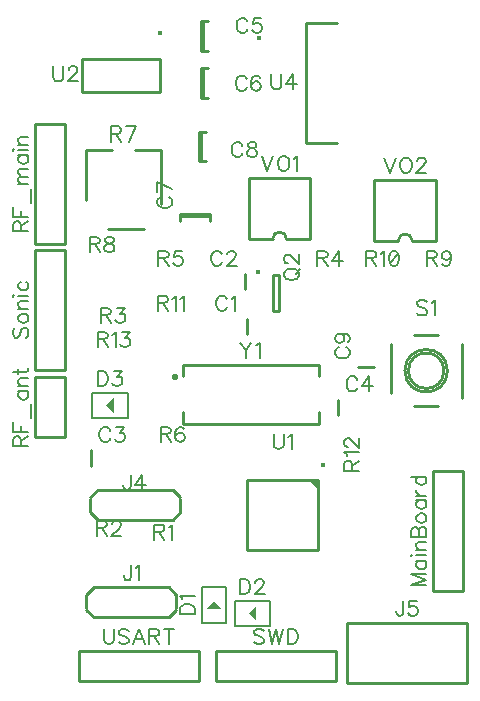
<source format=gbr>
G04 DipTrace 3.1.0.1*
G04 silk-top.gbr*
%MOIN*%
G04 #@! TF.FileFunction,Legend,Top*
G04 #@! TF.Part,Single*
%ADD10C,0.009843*%
%ADD21C,0.005906*%
%ADD28C,0.015422*%
%ADD34C,0.015709*%
%ADD37C,0.015403*%
%ADD40C,0.015373*%
%ADD44O,0.024247X0.022106*%
%ADD97C,0.00772*%
%FSLAX26Y26*%
G04*
G70*
G90*
G75*
G01*
G04 TopSilk*
%LPD*%
X1325625Y1656642D2*
D10*
Y1605500D1*
X1319564Y1806626D2*
Y1755484D1*
X805640Y1168046D2*
Y1219188D1*
X1630554Y1336778D2*
Y1387920D1*
X1179008Y2550500D2*
Y2648933D1*
X1171559Y2550500D2*
Y2648933D1*
Y2550500D2*
X1195118D1*
X1171559Y2648933D2*
X1195118D1*
X1179008Y2394269D2*
Y2492702D1*
X1171559Y2394269D2*
Y2492702D1*
Y2394269D2*
X1195118D1*
X1171559Y2492702D2*
X1195118D1*
X1104001Y1998990D2*
X1202434D1*
X1104001Y2006438D2*
X1202434D1*
X1104001D2*
Y1982879D1*
X1202434Y2006438D2*
Y1982879D1*
X1172759Y2181791D2*
Y2280224D1*
X1165310Y2181791D2*
Y2280224D1*
Y2181791D2*
X1188869D1*
X1165310Y2280224D2*
X1188869D1*
X1747479Y1495971D2*
X1696337D1*
X1174373Y644066D2*
D21*
X1257050D1*
Y762176D1*
X1174373D1*
Y644066D1*
G36*
X1240713Y690625D2*
X1190710D1*
X1215711Y715617D1*
D1*
X1240713Y690625D1*
G37*
X1402955Y633583D2*
D21*
X1284845D1*
Y716260D1*
X1402955D1*
Y633583D1*
G36*
X1356396Y699923D2*
Y649920D1*
X1331404Y674921D1*
D1*
X1356396Y699923D1*
G37*
X927850Y1327260D2*
D21*
X809740D1*
Y1409937D1*
X927850D1*
Y1327260D1*
G36*
X881291Y1393600D2*
Y1343597D1*
X856299Y1368598D1*
D1*
X881291Y1393600D1*
G37*
X790751Y692417D2*
D10*
Y732417D1*
X1090751Y692417D2*
Y732417D1*
X815651Y762417D2*
X1065851D1*
X815651Y662417D2*
X1065851D1*
X790751Y687417D2*
X815651Y662417D1*
X790751Y737417D2*
X815651Y762417D1*
X1065851D2*
X1090751Y737417D1*
X1065851Y662417D2*
X1090751Y687417D1*
X803249Y1017383D2*
Y1057383D1*
X1103249Y1017383D2*
Y1057383D1*
X828149Y1087383D2*
X1078349D1*
X828149Y987383D2*
X1078349D1*
X803249Y1012383D2*
X828149Y987383D1*
X803249Y1062383D2*
X828149Y1087383D1*
X1078349D2*
X1103249Y1062383D1*
X1078349Y987383D2*
X1103249Y1012383D1*
X2059409Y643690D2*
X1659409D1*
X2059409Y443690D2*
X1659409D1*
X2059409Y643690D2*
Y443690D1*
X1659409Y643690D2*
Y443690D1*
X2046879Y1149908D2*
X1946879D1*
X2046879Y749908D2*
Y1149908D1*
X1946879Y749908D2*
Y1149908D1*
X2046879Y749908D2*
X1946879D1*
D28*
X1363485Y1811904D3*
X1413627Y1802703D2*
D10*
Y1684598D1*
X1433312D1*
Y1802703D1*
X1413627D1*
X788207Y2051769D2*
Y2221072D1*
X874812D1*
X953545D2*
X1040150D1*
Y2039962D1*
X981114Y1957291D2*
X862990D1*
X720093Y1462349D2*
X620093D1*
X720093Y1262349D2*
Y1462349D1*
Y1262349D2*
X620093D1*
Y1462349D1*
X720093Y2306037D2*
X620093D1*
X720093Y1906037D2*
Y2306037D1*
X620093Y1906037D2*
Y2306037D1*
X720093Y1906037D2*
X620093D1*
X1852118Y1484052D2*
G02X1852118Y1484052I70861J0D01*
G01*
X2041096Y1393497D2*
Y1574608D1*
X1962376Y1602178D2*
X1883607D1*
X1804862Y1574608D2*
Y1409252D1*
X1883607Y1365927D2*
X1962376D1*
X1863933Y1484052D2*
G02X1863933Y1484052I59059J0D01*
G01*
X620093Y1487299D2*
X720093D1*
X620093Y1887299D2*
Y1487299D1*
X720093Y1887299D2*
Y1487299D1*
X620093Y1887299D2*
X720093D1*
X1621955Y449940D2*
Y549940D1*
X1221955Y449940D2*
X1621955D1*
X1221955Y549940D2*
X1621955D1*
X1221955Y449940D2*
Y549940D1*
X1563018Y1121415D2*
X1326798D1*
Y885115D1*
X1563018D1*
Y1121415D1*
G36*
D2*
X1531522D1*
X1563018Y1089879D1*
Y1121415D1*
G37*
D34*
X1580755Y1168639D3*
D37*
X1035313Y2611166D3*
X1036353Y2521916D2*
D10*
X776523D1*
X1036353Y2411680D2*
X776523D1*
Y2521916D2*
Y2411680D1*
X1036353Y2521916D2*
Y2411680D1*
X1522685Y2644264D2*
Y2242676D1*
Y2644264D2*
X1625036D1*
X1522685Y2242676D2*
X1625036D1*
D40*
X1364438Y2592141D3*
X1165753Y449940D2*
D10*
Y549940D1*
X765753Y449940D2*
X1165753D1*
X765753Y549940D2*
X1165753D1*
X765753Y449940D2*
Y549940D1*
X1536789Y1922423D2*
Y2127147D1*
X1332056D1*
Y1922423D1*
X1410797D1*
X1458048D2*
X1536789D1*
X1458048D2*
G03X1410797Y1922423I-23626J-1D01*
G01*
X1955495Y1916173D2*
Y2120898D1*
X1750762D1*
Y1916173D1*
X1829503D1*
X1876754D2*
X1955495D1*
X1876754D2*
G03X1829503Y1916173I-23626J-1D01*
G01*
X1113070Y1504520D2*
X1565484D1*
Y1465150D2*
Y1504520D1*
X1113070Y1307669D2*
X1565484D1*
X1113070Y1465150D2*
Y1504520D1*
Y1307669D2*
Y1347039D1*
X1565484Y1307669D2*
Y1347039D1*
D44*
X1087003Y1464392D3*
X1258967Y1721883D2*
D97*
X1256590Y1726636D1*
X1251782Y1731445D1*
X1247028Y1733822D1*
X1237467D1*
X1232658Y1731445D1*
X1227905Y1726636D1*
X1225473Y1721883D1*
X1223097Y1714698D1*
Y1702705D1*
X1225473Y1695575D1*
X1227905Y1690767D1*
X1232658Y1686013D1*
X1237467Y1683581D1*
X1247028D1*
X1251782Y1686013D1*
X1256590Y1690767D1*
X1258967Y1695575D1*
X1274406Y1724205D2*
X1279214Y1726636D1*
X1286399Y1733766D1*
Y1683581D1*
X1242156Y1871868D2*
X1239780Y1876621D1*
X1234971Y1881429D1*
X1230218Y1883806D1*
X1220656D1*
X1215848Y1881429D1*
X1211095Y1876621D1*
X1208663Y1871868D1*
X1206286Y1864682D1*
Y1852689D1*
X1208663Y1845559D1*
X1211095Y1840751D1*
X1215848Y1835998D1*
X1220656Y1833566D1*
X1230218D1*
X1234971Y1835998D1*
X1239780Y1840751D1*
X1242156Y1845559D1*
X1260027Y1871812D2*
Y1874189D1*
X1262404Y1878997D1*
X1264781Y1881374D1*
X1269589Y1883750D1*
X1279151D1*
X1283904Y1881374D1*
X1286280Y1878997D1*
X1288712Y1874189D1*
Y1869436D1*
X1286280Y1864627D1*
X1281527Y1857497D1*
X1257596Y1833566D1*
X1291089D1*
X869986Y1284429D2*
X867609Y1289182D1*
X862801Y1293991D1*
X858048Y1296367D1*
X848486D1*
X843677Y1293991D1*
X838924Y1289182D1*
X836492Y1284429D1*
X834116Y1277244D1*
Y1265251D1*
X836492Y1258121D1*
X838924Y1253312D1*
X843677Y1248559D1*
X848486Y1246127D1*
X858048D1*
X862801Y1248559D1*
X867609Y1253312D1*
X869986Y1258121D1*
X890233Y1296312D2*
X916486D1*
X902172Y1277189D1*
X909357D1*
X914110Y1274812D1*
X916486Y1272436D1*
X918918Y1265251D1*
Y1260498D1*
X916486Y1253312D1*
X911733Y1248504D1*
X904548Y1246127D1*
X897363D1*
X890233Y1248504D1*
X887857Y1250936D1*
X885425Y1255689D1*
X1693711Y1453161D2*
X1691334Y1457915D1*
X1686526Y1462723D1*
X1681773Y1465100D1*
X1672211D1*
X1667403Y1462723D1*
X1662649Y1457915D1*
X1660217Y1453161D1*
X1657841Y1445976D1*
Y1433983D1*
X1660217Y1426853D1*
X1662649Y1422045D1*
X1667403Y1417292D1*
X1672211Y1414860D1*
X1681773D1*
X1686526Y1417292D1*
X1691334Y1422045D1*
X1693711Y1426853D1*
X1733082Y1414860D2*
Y1465044D1*
X1709150Y1431606D1*
X1745020D1*
X1327398Y2648375D2*
X1325021Y2653129D1*
X1320213Y2657937D1*
X1315460Y2660314D1*
X1305898D1*
X1301090Y2657937D1*
X1296336Y2653129D1*
X1293904Y2648375D1*
X1291528Y2641190D1*
Y2629197D1*
X1293904Y2622067D1*
X1296336Y2617259D1*
X1301090Y2612505D1*
X1305898Y2610074D1*
X1315460D1*
X1320213Y2612505D1*
X1325021Y2617259D1*
X1327398Y2622067D1*
X1371522Y2660258D2*
X1347646D1*
X1345269Y2638759D1*
X1347646Y2641135D1*
X1354831Y2643567D1*
X1361960D1*
X1369145Y2641135D1*
X1373954Y2636382D1*
X1376330Y2629197D1*
Y2624444D1*
X1373954Y2617259D1*
X1369145Y2612450D1*
X1361960Y2610074D1*
X1354831D1*
X1347646Y2612450D1*
X1345269Y2614882D1*
X1342837Y2619635D1*
X1325152Y2455795D2*
X1322775Y2460549D1*
X1317967Y2465357D1*
X1313214Y2467734D1*
X1303652D1*
X1298843Y2465357D1*
X1294090Y2460549D1*
X1291658Y2455795D1*
X1289282Y2448610D1*
Y2436617D1*
X1291658Y2429487D1*
X1294090Y2424679D1*
X1298843Y2419925D1*
X1303652Y2417494D1*
X1313214D1*
X1317967Y2419925D1*
X1322775Y2424679D1*
X1325152Y2429487D1*
X1369276Y2460549D2*
X1366899Y2465302D1*
X1359714Y2467678D1*
X1354961D1*
X1347776Y2465302D1*
X1342968Y2458117D1*
X1340591Y2446178D1*
Y2434240D1*
X1342968Y2424679D1*
X1347776Y2419870D1*
X1354961Y2417494D1*
X1357338D1*
X1364467Y2419870D1*
X1369276Y2424679D1*
X1371653Y2431864D1*
Y2434240D1*
X1369276Y2441425D1*
X1364467Y2446178D1*
X1357338Y2448555D1*
X1354961D1*
X1347776Y2446178D1*
X1342968Y2441425D1*
X1340591Y2434240D1*
X1038783Y2063128D2*
X1034030Y2060751D1*
X1029222Y2055943D1*
X1026845Y2051189D1*
Y2041628D1*
X1029222Y2036819D1*
X1034030Y2032066D1*
X1038783Y2029634D1*
X1045968Y2027258D1*
X1057962D1*
X1065092Y2029634D1*
X1069900Y2032066D1*
X1074653Y2036819D1*
X1077085Y2041628D1*
Y2051189D1*
X1074653Y2055942D1*
X1069900Y2060751D1*
X1065092Y2063128D1*
X1077085Y2088128D2*
X1026900Y2112060D1*
Y2078567D1*
X1310790Y2234663D2*
X1308414Y2239416D1*
X1303605Y2244224D1*
X1298852Y2246601D1*
X1289290D1*
X1284482Y2244224D1*
X1279729Y2239416D1*
X1277297Y2234663D1*
X1274920Y2227478D1*
Y2215484D1*
X1277297Y2208355D1*
X1279729Y2203546D1*
X1284482Y2198793D1*
X1289290Y2196361D1*
X1298852D1*
X1303605Y2198793D1*
X1308414Y2203546D1*
X1310790Y2208355D1*
X1338168Y2246546D2*
X1331038Y2244169D1*
X1328606Y2239416D1*
Y2234608D1*
X1331038Y2229854D1*
X1335791Y2227423D1*
X1345353Y2225046D1*
X1352538Y2222669D1*
X1357291Y2217861D1*
X1359668Y2213108D1*
Y2205923D1*
X1357291Y2201169D1*
X1354914Y2198738D1*
X1347729Y2196361D1*
X1338168D1*
X1331038Y2198738D1*
X1328606Y2201169D1*
X1326230Y2205923D1*
Y2213108D1*
X1328606Y2217861D1*
X1333415Y2222669D1*
X1340544Y2225046D1*
X1350106Y2227423D1*
X1354914Y2229854D1*
X1357291Y2234608D1*
Y2239416D1*
X1354914Y2244169D1*
X1347729Y2246546D1*
X1338168D1*
X1631096Y1561505D2*
X1626343Y1559128D1*
X1621534Y1554320D1*
X1619158Y1549567D1*
Y1540005D1*
X1621534Y1535197D1*
X1626343Y1530443D1*
X1631096Y1528012D1*
X1638281Y1525635D1*
X1650274D1*
X1657404Y1528012D1*
X1662212Y1530443D1*
X1666966Y1535197D1*
X1669398Y1540005D1*
Y1549567D1*
X1666966Y1554320D1*
X1662213Y1559128D1*
X1657404Y1561505D1*
X1635904Y1608061D2*
X1643089Y1605629D1*
X1647898Y1600876D1*
X1650274Y1593691D1*
Y1591314D1*
X1647898Y1584129D1*
X1643089Y1579376D1*
X1635904Y1576944D1*
X1633528D1*
X1626343Y1579376D1*
X1621589Y1584129D1*
X1619213Y1591314D1*
Y1593691D1*
X1621589Y1600876D1*
X1626343Y1605629D1*
X1635904Y1608061D1*
X1647898D1*
X1659836Y1605629D1*
X1667021Y1600876D1*
X1669398Y1593691D1*
Y1588937D1*
X1667021Y1581752D1*
X1662213Y1579376D1*
X1101150Y672658D2*
X1151390D1*
Y689404D1*
X1148958Y696589D1*
X1144205Y701398D1*
X1139396Y703775D1*
X1132266Y706151D1*
X1120273D1*
X1113088Y703775D1*
X1108335Y701398D1*
X1103526Y696590D1*
X1101150Y689404D1*
Y672658D1*
X1110767Y721590D2*
X1108335Y726399D1*
X1101205Y733584D1*
X1151390D1*
X1302687Y789483D2*
Y739243D1*
X1319434D1*
X1326619Y741675D1*
X1331427Y746428D1*
X1333804Y751236D1*
X1336181Y758366D1*
Y770360D1*
X1333804Y777545D1*
X1331427Y782298D1*
X1326619Y787106D1*
X1319434Y789483D1*
X1302687D1*
X1354052Y777489D2*
Y779866D1*
X1356428Y784674D1*
X1358805Y787051D1*
X1363613Y789428D1*
X1373175D1*
X1377928Y787051D1*
X1380305Y784674D1*
X1382737Y779866D1*
Y775113D1*
X1380305Y770304D1*
X1375552Y763175D1*
X1351620Y739243D1*
X1385113D1*
X827582Y1483160D2*
Y1432920D1*
X844329D1*
X851514Y1435352D1*
X856322Y1440105D1*
X858699Y1444914D1*
X861076Y1452043D1*
Y1464037D1*
X858699Y1471222D1*
X856322Y1475975D1*
X851514Y1480783D1*
X844329Y1483160D1*
X827582D1*
X881323Y1483105D2*
X907576D1*
X893262Y1463982D1*
X900447D1*
X905200Y1461605D1*
X907576Y1459228D1*
X910008Y1452043D1*
Y1447290D1*
X907576Y1440105D1*
X902823Y1435297D1*
X895638Y1432920D1*
X888453D1*
X881323Y1435297D1*
X878947Y1437729D1*
X876515Y1442482D1*
X939000Y835640D2*
Y797394D1*
X936624Y790209D1*
X934192Y787832D1*
X929439Y785400D1*
X924630D1*
X919877Y787832D1*
X917500Y790209D1*
X915068Y797394D1*
Y802147D1*
X954439Y826024D2*
X959248Y828455D1*
X966433Y835585D1*
Y785400D1*
X937830Y1137239D2*
Y1098992D1*
X935453Y1091807D1*
X933021Y1089431D1*
X928268Y1086999D1*
X923460D1*
X918706Y1089431D1*
X916330Y1091807D1*
X913898Y1098992D1*
Y1103745D1*
X977201Y1086999D2*
Y1137184D1*
X953269Y1103745D1*
X989139D1*
X1846909Y716913D2*
Y678667D1*
X1844532Y671482D1*
X1842101Y669105D1*
X1837347Y666673D1*
X1832539D1*
X1827786Y669105D1*
X1825409Y671482D1*
X1822977Y678667D1*
Y683420D1*
X1891033Y716858D2*
X1867157D1*
X1864780Y695358D1*
X1867157Y697735D1*
X1874342Y700167D1*
X1881472D1*
X1888657Y697735D1*
X1893465Y692982D1*
X1895842Y685797D1*
Y681043D1*
X1893465Y673858D1*
X1888657Y669050D1*
X1881472Y666673D1*
X1874342D1*
X1867157Y669050D1*
X1864780Y671482D1*
X1862348Y676235D1*
X1923896Y806794D2*
X1873656D1*
X1923896Y787671D1*
X1873656Y768548D1*
X1923896D1*
X1890403Y850919D2*
X1923896D1*
X1897588D2*
X1892780Y846165D1*
X1890403Y841357D1*
Y834227D1*
X1892780Y829419D1*
X1897588Y824666D1*
X1904773Y822234D1*
X1909526D1*
X1916711Y824666D1*
X1921464Y829419D1*
X1923896Y834227D1*
Y841357D1*
X1921464Y846165D1*
X1916711Y850919D1*
X1873656Y866358D2*
X1876033Y868734D1*
X1873656Y871166D1*
X1871224Y868734D1*
X1873656Y866358D1*
X1890403Y868734D2*
X1923896D1*
X1890403Y886605D2*
X1923896D1*
X1899965D2*
X1892779Y893791D1*
X1890403Y898599D1*
Y905729D1*
X1892779Y910537D1*
X1899965Y912914D1*
X1923896D1*
X1873656Y928353D2*
X1923896D1*
Y949908D1*
X1921464Y957093D1*
X1919088Y959470D1*
X1914335Y961846D1*
X1907150D1*
X1902341Y959470D1*
X1899965Y957093D1*
X1897588Y949908D1*
X1895156Y957093D1*
X1892779Y959470D1*
X1888026Y961846D1*
X1883218D1*
X1878465Y959470D1*
X1876033Y957093D1*
X1873656Y949908D1*
Y928353D1*
X1897588D2*
Y949908D1*
X1890403Y989224D2*
X1892779Y984471D1*
X1897588Y979662D1*
X1904773Y977286D1*
X1909526D1*
X1916711Y979662D1*
X1921464Y984471D1*
X1923896Y989224D1*
Y996409D1*
X1921464Y1001217D1*
X1916711Y1005970D1*
X1909526Y1008402D1*
X1904773D1*
X1897588Y1005970D1*
X1892779Y1001217D1*
X1890403Y996409D1*
Y989224D1*
Y1052526D2*
X1923896D1*
X1897588D2*
X1892779Y1047773D1*
X1890403Y1042965D1*
Y1035835D1*
X1892779Y1031027D1*
X1897588Y1026273D1*
X1904773Y1023842D1*
X1909526D1*
X1916711Y1026273D1*
X1921464Y1031027D1*
X1923896Y1035835D1*
Y1042965D1*
X1921464Y1047773D1*
X1916711Y1052526D1*
X1890403Y1067966D2*
X1923896D1*
X1904773D2*
X1897588Y1070398D1*
X1892779Y1075151D1*
X1890403Y1079959D1*
Y1087144D1*
X1873656Y1131268D2*
X1923896D1*
X1897588D2*
X1892779Y1126515D1*
X1890403Y1121707D1*
Y1114522D1*
X1892779Y1109769D1*
X1897588Y1104960D1*
X1904773Y1102584D1*
X1909526D1*
X1916711Y1104960D1*
X1921464Y1109769D1*
X1923896Y1114522D1*
Y1121707D1*
X1921464Y1126515D1*
X1916711Y1131268D1*
X1449012Y1800233D2*
X1451333Y1795480D1*
X1456142Y1790672D1*
X1460950Y1788295D1*
X1468135Y1785863D1*
X1480073D1*
X1487258Y1788295D1*
X1492012Y1790672D1*
X1496820Y1795480D1*
X1499197Y1800233D1*
Y1809795D1*
X1496820Y1814603D1*
X1492012Y1819357D1*
X1487258Y1821733D1*
X1480073Y1824165D1*
X1468135D1*
X1460950Y1821733D1*
X1456142Y1819357D1*
X1451333Y1814603D1*
X1449012Y1809795D1*
Y1800233D1*
X1489635Y1807418D2*
X1504005Y1821733D1*
X1461005Y1842036D2*
X1458629D1*
X1453820Y1844413D1*
X1451444Y1846789D1*
X1449067Y1851598D1*
Y1861159D1*
X1451444Y1865913D1*
X1453820Y1868289D1*
X1458629Y1870721D1*
X1463382D1*
X1468190Y1868289D1*
X1475320Y1863536D1*
X1499252Y1839604D1*
Y1873098D1*
X1016421Y947470D2*
X1037921D1*
X1045106Y949902D1*
X1047538Y952278D1*
X1049915Y957031D1*
Y961840D1*
X1047538Y966593D1*
X1045106Y969025D1*
X1037921Y971402D1*
X1016421D1*
Y921162D1*
X1033168Y947470D2*
X1049915Y921162D1*
X1065354Y961785D2*
X1070163Y964217D1*
X1077348Y971346D1*
Y921162D1*
X824630Y959969D2*
X846129D1*
X853314Y962400D1*
X855746Y964777D1*
X858123Y969530D1*
Y974339D1*
X855746Y979092D1*
X853314Y981524D1*
X846129Y983900D1*
X824630D1*
Y933660D1*
X841376Y959969D2*
X858123Y933660D1*
X875994Y971907D2*
Y974283D1*
X878371Y979092D1*
X880747Y981468D1*
X885556Y983845D1*
X895117D1*
X899870Y981468D1*
X902247Y979092D1*
X904679Y974283D1*
Y969530D1*
X902247Y964722D1*
X897494Y957592D1*
X873562Y933660D1*
X907055D1*
X837589Y1669736D2*
X859089D1*
X866274Y1672168D1*
X868706Y1674544D1*
X871082Y1679297D1*
Y1684106D1*
X868706Y1688859D1*
X866274Y1691291D1*
X859089Y1693668D1*
X837589D1*
Y1643428D1*
X854336Y1669736D2*
X871082Y1643428D1*
X891330Y1693612D2*
X917583D1*
X903268Y1674489D1*
X910453D1*
X915206Y1672112D1*
X917583Y1669736D1*
X920015Y1662551D1*
Y1657798D1*
X917583Y1650613D1*
X912830Y1645804D1*
X905645Y1643428D1*
X898460D1*
X891330Y1645804D1*
X888953Y1648236D1*
X886521Y1652989D1*
X1560675Y1859874D2*
X1582175D1*
X1589360Y1862306D1*
X1591792Y1864682D1*
X1594168Y1869436D1*
Y1874244D1*
X1591792Y1878997D1*
X1589360Y1881429D1*
X1582175Y1883806D1*
X1560675D1*
Y1833566D1*
X1577422Y1859874D2*
X1594168Y1833566D1*
X1633539D2*
Y1883750D1*
X1609607Y1850312D1*
X1645477D1*
X1030669Y1859874D2*
X1052169D1*
X1059354Y1862306D1*
X1061786Y1864682D1*
X1064162Y1869436D1*
Y1874244D1*
X1061786Y1878997D1*
X1059354Y1881429D1*
X1052169Y1883806D1*
X1030669D1*
Y1833566D1*
X1047416Y1859874D2*
X1064162Y1833566D1*
X1108286Y1883750D2*
X1084410D1*
X1082033Y1862251D1*
X1084410Y1864627D1*
X1091595Y1867059D1*
X1098725D1*
X1105910Y1864627D1*
X1110718Y1859874D1*
X1113095Y1852689D1*
Y1847936D1*
X1110718Y1840751D1*
X1105910Y1835942D1*
X1098725Y1833566D1*
X1091595D1*
X1084410Y1835942D1*
X1082033Y1838374D1*
X1079602Y1843127D1*
X1038323Y1272436D2*
X1059823D1*
X1067008Y1274868D1*
X1069440Y1277244D1*
X1071817Y1281997D1*
Y1286806D1*
X1069440Y1291559D1*
X1067008Y1293991D1*
X1059823Y1296367D1*
X1038323D1*
Y1246127D1*
X1055070Y1272436D2*
X1071817Y1246127D1*
X1115941Y1289182D2*
X1113564Y1293936D1*
X1106379Y1296312D1*
X1101626D1*
X1094441Y1293936D1*
X1089632Y1286751D1*
X1087256Y1274812D1*
Y1262874D1*
X1089632Y1253312D1*
X1094441Y1248504D1*
X1101626Y1246127D1*
X1104002D1*
X1111132Y1248504D1*
X1115941Y1253312D1*
X1118317Y1260498D1*
Y1262874D1*
X1115941Y1270059D1*
X1111132Y1274812D1*
X1104002Y1277189D1*
X1101626D1*
X1094441Y1274812D1*
X1089632Y1270059D1*
X1087256Y1262874D1*
X872966Y2274299D2*
X894465D1*
X901650Y2276731D1*
X904082Y2279108D1*
X906459Y2283861D1*
Y2288669D1*
X904082Y2293423D1*
X901650Y2295854D1*
X894465Y2298231D1*
X872966D1*
Y2247991D1*
X889712Y2274299D2*
X906459Y2247991D1*
X931460D2*
X955391Y2298176D1*
X921898D1*
X801362Y1905680D2*
X822862D1*
X830047Y1908112D1*
X832479Y1910488D1*
X834855Y1915242D1*
Y1920050D1*
X832479Y1924803D1*
X830047Y1927235D1*
X822862Y1929612D1*
X801362D1*
Y1879372D1*
X818108Y1905680D2*
X834855Y1879372D1*
X862233Y1929556D2*
X855103Y1927180D1*
X852671Y1922427D1*
Y1917618D1*
X855103Y1912865D1*
X859856Y1910433D1*
X869418Y1908057D1*
X876603Y1905680D1*
X881356Y1900872D1*
X883732Y1896118D1*
Y1888933D1*
X881356Y1884180D1*
X878979Y1881748D1*
X871794Y1879372D1*
X862233D1*
X855103Y1881748D1*
X852671Y1884180D1*
X850294Y1888933D1*
Y1896118D1*
X852671Y1900872D1*
X857479Y1905680D1*
X864609Y1908057D1*
X874171Y1910433D1*
X878979Y1912865D1*
X881356Y1917618D1*
Y1922427D1*
X878979Y1927180D1*
X871794Y1929556D1*
X862233D1*
X1925513Y1859874D2*
X1947013D1*
X1954198Y1862306D1*
X1956630Y1864682D1*
X1959007Y1869436D1*
Y1874244D1*
X1956630Y1878997D1*
X1954198Y1881429D1*
X1947013Y1883806D1*
X1925513D1*
Y1833566D1*
X1942260Y1859874D2*
X1959007Y1833566D1*
X2005563Y1867059D2*
X2003131Y1859874D1*
X1998378Y1855066D1*
X1991193Y1852689D1*
X1988816D1*
X1981631Y1855066D1*
X1976878Y1859874D1*
X1974446Y1867059D1*
Y1869436D1*
X1976878Y1876621D1*
X1981631Y1881374D1*
X1988816Y1883750D1*
X1991193D1*
X1998378Y1881374D1*
X2003131Y1876621D1*
X2005563Y1867059D1*
Y1855066D1*
X2003131Y1843127D1*
X1998378Y1835942D1*
X1991193Y1833566D1*
X1986439D1*
X1979254Y1835942D1*
X1976878Y1840751D1*
X1723128Y1859874D2*
X1744628D1*
X1751813Y1862306D1*
X1754245Y1864682D1*
X1756622Y1869436D1*
Y1874244D1*
X1754245Y1878997D1*
X1751813Y1881429D1*
X1744628Y1883806D1*
X1723128D1*
Y1833566D1*
X1739875Y1859874D2*
X1756622Y1833566D1*
X1772061Y1874189D2*
X1776869Y1876621D1*
X1784054Y1883750D1*
Y1833566D1*
X1813864Y1883750D2*
X1806679Y1881374D1*
X1801870Y1874189D1*
X1799494Y1862251D1*
Y1855066D1*
X1801870Y1843127D1*
X1806679Y1835942D1*
X1813864Y1833566D1*
X1818617D1*
X1825802Y1835942D1*
X1830555Y1843127D1*
X1832987Y1855066D1*
Y1862251D1*
X1830555Y1874189D1*
X1825802Y1881374D1*
X1818617Y1883750D1*
X1813864D1*
X1830555Y1874189D2*
X1801870Y1843127D1*
X1027702Y1709890D2*
X1049202D1*
X1056387Y1712322D1*
X1058819Y1714698D1*
X1061196Y1719451D1*
Y1724260D1*
X1058819Y1729013D1*
X1056387Y1731445D1*
X1049202Y1733822D1*
X1027702D1*
Y1683581D1*
X1044449Y1709890D2*
X1061196Y1683581D1*
X1076635Y1724205D2*
X1081444Y1726636D1*
X1088629Y1733766D1*
Y1683581D1*
X1104068Y1724205D2*
X1108876Y1726636D1*
X1116061Y1733766D1*
Y1683581D1*
X1674336Y1151092D2*
Y1172592D1*
X1671904Y1179777D1*
X1669528Y1182209D1*
X1664774Y1184585D1*
X1659966D1*
X1655213Y1182209D1*
X1652781Y1179777D1*
X1650404Y1172592D1*
Y1151092D1*
X1700644D1*
X1674336Y1167838D2*
X1700644Y1184585D1*
X1660021Y1200024D2*
X1657589Y1204833D1*
X1650460Y1212018D1*
X1700644D1*
X1662398Y1229889D2*
X1660021D1*
X1655213Y1232265D1*
X1652836Y1234642D1*
X1650460Y1239451D1*
Y1249012D1*
X1652836Y1253765D1*
X1655213Y1256142D1*
X1660021Y1258574D1*
X1664774D1*
X1669583Y1256142D1*
X1676713Y1251389D1*
X1700644Y1227457D1*
Y1260950D1*
X827601Y1589024D2*
X849101D1*
X856286Y1591456D1*
X858717Y1593832D1*
X861094Y1598586D1*
Y1603394D1*
X858717Y1608147D1*
X856286Y1610579D1*
X849101Y1612956D1*
X827601D1*
Y1562716D1*
X844347Y1589024D2*
X861094Y1562716D1*
X876533Y1603339D2*
X881342Y1605771D1*
X888527Y1612900D1*
Y1562716D1*
X908774Y1612900D2*
X935028D1*
X920713Y1593777D1*
X927898D1*
X932651Y1591401D1*
X935028Y1589024D1*
X937459Y1581839D1*
Y1577086D1*
X935028Y1569901D1*
X930274Y1565092D1*
X923089Y1562716D1*
X915904D1*
X908774Y1565092D1*
X906398Y1567524D1*
X903966Y1572277D1*
X570802Y1231672D2*
Y1253172D1*
X568370Y1260357D1*
X565993Y1262789D1*
X561240Y1265165D1*
X556432D1*
X551679Y1262789D1*
X549247Y1260357D1*
X546870Y1253172D1*
Y1231672D1*
X597110D1*
X570802Y1248419D2*
X597110Y1265165D1*
X546870Y1311721D2*
Y1280605D1*
X597110D1*
X570802D2*
Y1299728D1*
X605401Y1327161D2*
Y1372592D1*
X563617Y1416716D2*
X597110D1*
X570802D2*
X565993Y1411963D1*
X563617Y1407155D1*
Y1400025D1*
X565993Y1395216D1*
X570802Y1390463D1*
X577987Y1388031D1*
X582740D1*
X589925Y1390463D1*
X594678Y1395216D1*
X597110Y1400025D1*
Y1407155D1*
X594678Y1411963D1*
X589925Y1416716D1*
X563617Y1432155D2*
X597110D1*
X573178D2*
X565993Y1439340D1*
X563617Y1444149D1*
Y1451279D1*
X565993Y1456087D1*
X573178Y1458464D1*
X597110D1*
X546870Y1481088D2*
X587548D1*
X594678Y1483465D1*
X597110Y1488273D1*
Y1493026D1*
X563617Y1473903D2*
Y1490650D1*
X570802Y1948462D2*
Y1969961D1*
X568370Y1977146D1*
X565993Y1979578D1*
X561240Y1981955D1*
X556432D1*
X551679Y1979578D1*
X549247Y1977146D1*
X546870Y1969961D1*
Y1948462D1*
X597110D1*
X570802Y1965208D2*
X597110Y1981955D1*
X546870Y2028511D2*
Y1997394D1*
X597110D1*
X570802D2*
Y2016517D1*
X605401Y2043950D2*
Y2089382D1*
X563617Y2104821D2*
X597110D1*
X573178D2*
X565993Y2112006D1*
X563617Y2116814D1*
Y2123944D1*
X565993Y2128753D1*
X573178Y2131129D1*
X597110D1*
X573178D2*
X565993Y2138314D1*
X563617Y2143123D1*
Y2150252D1*
X565993Y2155061D1*
X573178Y2157493D1*
X597110D1*
X563617Y2201617D2*
X597110D1*
X570802D2*
X565993Y2196864D1*
X563617Y2192055D1*
Y2184925D1*
X565993Y2180117D1*
X570802Y2175364D1*
X577987Y2172932D1*
X582740D1*
X589925Y2175364D1*
X594678Y2180117D1*
X597110Y2184925D1*
Y2192055D1*
X594678Y2196864D1*
X589925Y2201617D1*
X546870Y2217056D2*
X549247Y2219433D1*
X546870Y2221865D1*
X544438Y2219433D1*
X546870Y2217056D1*
X563617Y2219433D2*
X597110D1*
X563617Y2237304D2*
X597110D1*
X573178D2*
X565993Y2244489D1*
X563617Y2249297D1*
Y2256427D1*
X565993Y2261235D1*
X573178Y2263612D1*
X597110D1*
X1926009Y1711508D2*
X1921256Y1716316D1*
X1914071Y1718693D1*
X1904509D1*
X1897324Y1716316D1*
X1892516Y1711508D1*
Y1706755D1*
X1894948Y1701946D1*
X1897324Y1699570D1*
X1902078Y1697193D1*
X1916448Y1692385D1*
X1921256Y1690008D1*
X1923633Y1687576D1*
X1926009Y1682823D1*
Y1675638D1*
X1921256Y1670885D1*
X1914071Y1668453D1*
X1904509D1*
X1897324Y1670885D1*
X1892516Y1675638D1*
X1941449Y1709076D2*
X1946257Y1711508D1*
X1953442Y1718638D1*
Y1668453D1*
X554055Y1627681D2*
X549247Y1622927D1*
X546870Y1615742D1*
Y1606181D1*
X549247Y1598996D1*
X554055Y1594187D1*
X558808D1*
X563617Y1596619D1*
X565993Y1598996D1*
X568370Y1603749D1*
X573178Y1618119D1*
X575555Y1622927D1*
X577987Y1625304D1*
X582740Y1627681D1*
X589925D1*
X594678Y1622927D1*
X597110Y1615742D1*
Y1606181D1*
X594678Y1598996D1*
X589925Y1594187D1*
X563617Y1655058D2*
X565993Y1650305D1*
X570802Y1645496D1*
X577987Y1643120D1*
X582740D1*
X589925Y1645496D1*
X594678Y1650305D1*
X597110Y1655058D1*
Y1662243D1*
X594678Y1667052D1*
X589925Y1671805D1*
X582740Y1674237D1*
X577987D1*
X570802Y1671805D1*
X565993Y1667052D1*
X563617Y1662243D1*
Y1655058D1*
Y1689676D2*
X597110D1*
X573178D2*
X565993Y1696861D1*
X563617Y1701669D1*
Y1708799D1*
X565993Y1713608D1*
X573178Y1715984D1*
X597110D1*
X546870Y1731423D2*
X549247Y1733800D1*
X546870Y1736232D1*
X544438Y1733800D1*
X546870Y1731423D1*
X563617Y1733800D2*
X597110D1*
X570802Y1780411D2*
X565993Y1775603D1*
X563617Y1770794D1*
Y1763665D1*
X565993Y1758856D1*
X570802Y1754103D1*
X577987Y1751671D1*
X582740D1*
X589925Y1754103D1*
X594678Y1758856D1*
X597110Y1763665D1*
Y1770794D1*
X594678Y1775603D1*
X589925Y1780411D1*
X1382584Y615978D2*
X1377831Y620786D1*
X1370646Y623163D1*
X1361085D1*
X1353900Y620786D1*
X1349091Y615978D1*
Y611224D1*
X1351523Y606416D1*
X1353900Y604039D1*
X1358653Y601663D1*
X1373023Y596854D1*
X1377831Y594478D1*
X1380208Y592046D1*
X1382584Y587293D1*
Y580108D1*
X1377831Y575355D1*
X1370646Y572923D1*
X1361085D1*
X1353900Y575355D1*
X1349091Y580108D1*
X1398024Y623163D2*
X1410017Y572923D1*
X1421955Y623163D1*
X1433894Y572923D1*
X1445887Y623163D1*
X1461326D2*
Y572923D1*
X1478073D1*
X1485258Y575355D1*
X1490066Y580108D1*
X1492443Y584916D1*
X1494820Y592046D1*
Y604039D1*
X1492443Y611224D1*
X1490066Y615978D1*
X1485258Y620786D1*
X1478073Y623163D1*
X1461326D1*
X1414445Y1273339D2*
Y1237469D1*
X1416822Y1230284D1*
X1421630Y1225530D1*
X1428815Y1223099D1*
X1433568D1*
X1440753Y1225530D1*
X1445562Y1230284D1*
X1447938Y1237469D1*
Y1273339D1*
X1463378Y1263722D2*
X1468186Y1266154D1*
X1475371Y1273283D1*
Y1223099D1*
X679885Y2499192D2*
Y2463322D1*
X682262Y2456137D1*
X687071Y2451383D1*
X694256Y2448952D1*
X699009D1*
X706194Y2451383D1*
X711002Y2456137D1*
X713379Y2463322D1*
Y2499192D1*
X731250Y2487198D2*
Y2489575D1*
X733626Y2494383D1*
X736003Y2496760D1*
X740812Y2499136D1*
X750373D1*
X755126Y2496760D1*
X757503Y2494383D1*
X759935Y2489575D1*
Y2484822D1*
X757503Y2480013D1*
X752750Y2472883D1*
X728818Y2448952D1*
X762311D1*
X1407135Y2472164D2*
Y2436294D1*
X1409512Y2429109D1*
X1414321Y2424356D1*
X1421506Y2421924D1*
X1426259D1*
X1433444Y2424356D1*
X1438252Y2429109D1*
X1440629Y2436294D1*
Y2472164D1*
X1480000Y2421924D2*
Y2472109D1*
X1456068Y2438671D1*
X1491938D1*
X848737Y623163D2*
Y587293D1*
X851114Y580108D1*
X855922Y575355D1*
X863107Y572923D1*
X867860D1*
X875046Y575355D1*
X879854Y580108D1*
X882231Y587293D1*
Y623163D1*
X931163Y615978D2*
X926410Y620786D1*
X919225Y623163D1*
X909663D1*
X902478Y620786D1*
X897670Y615978D1*
Y611224D1*
X900102Y606416D1*
X902478Y604039D1*
X907231Y601663D1*
X921602Y596854D1*
X926410Y594478D1*
X928787Y592046D1*
X931163Y587293D1*
Y580108D1*
X926410Y575355D1*
X919225Y572923D1*
X909663D1*
X902478Y575355D1*
X897670Y580108D1*
X984904Y572923D2*
X965726Y623163D1*
X946602Y572923D1*
X953787Y589669D2*
X977719D1*
X1000343Y599231D2*
X1021843D1*
X1029028Y601663D1*
X1031460Y604039D1*
X1033837Y608793D1*
Y613601D1*
X1031460Y618354D1*
X1029028Y620786D1*
X1021843Y623163D1*
X1000343D1*
Y572923D1*
X1017090Y599231D2*
X1033837Y572923D1*
X1066023Y623163D2*
Y572923D1*
X1049276Y623163D2*
X1082769D1*
X1374740Y2200370D2*
X1393863Y2150130D1*
X1412987Y2200370D1*
X1442796D2*
X1437987Y2197993D1*
X1433234Y2193185D1*
X1430802Y2188432D1*
X1428426Y2181247D1*
Y2169253D1*
X1430802Y2162124D1*
X1433234Y2157315D1*
X1437987Y2152562D1*
X1442796Y2150130D1*
X1452358D1*
X1457111Y2152562D1*
X1461919Y2157315D1*
X1464296Y2162124D1*
X1466672Y2169253D1*
Y2181247D1*
X1464296Y2188432D1*
X1461919Y2193185D1*
X1457111Y2197993D1*
X1452358Y2200370D1*
X1442796D1*
X1482112Y2190753D2*
X1486920Y2193185D1*
X1494105Y2200315D1*
Y2150130D1*
X1782696Y2194121D2*
X1801819Y2143881D1*
X1820943Y2194121D1*
X1850752D2*
X1845944Y2191744D1*
X1841190Y2186936D1*
X1838759Y2182182D1*
X1836382Y2174997D1*
Y2163004D1*
X1838759Y2155874D1*
X1841190Y2151066D1*
X1845944Y2146313D1*
X1850752Y2143881D1*
X1860314D1*
X1865067Y2146313D1*
X1869875Y2151066D1*
X1872252Y2155874D1*
X1874628Y2163004D1*
Y2174997D1*
X1872252Y2182182D1*
X1869875Y2186936D1*
X1865067Y2191744D1*
X1860314Y2194121D1*
X1850752D1*
X1892500Y2182127D2*
Y2184504D1*
X1894876Y2189312D1*
X1897253Y2191689D1*
X1902061Y2194065D1*
X1911623D1*
X1916376Y2191689D1*
X1918753Y2189312D1*
X1921184Y2184504D1*
Y2179751D1*
X1918753Y2174942D1*
X1913999Y2167812D1*
X1890068Y2143881D1*
X1923561D1*
X1302197Y1577743D2*
X1321320Y1553811D1*
Y1527503D1*
X1340444Y1577743D2*
X1321320Y1553811D1*
X1355883Y1568126D2*
X1360691Y1570558D1*
X1367876Y1577687D1*
Y1527503D1*
M02*

</source>
